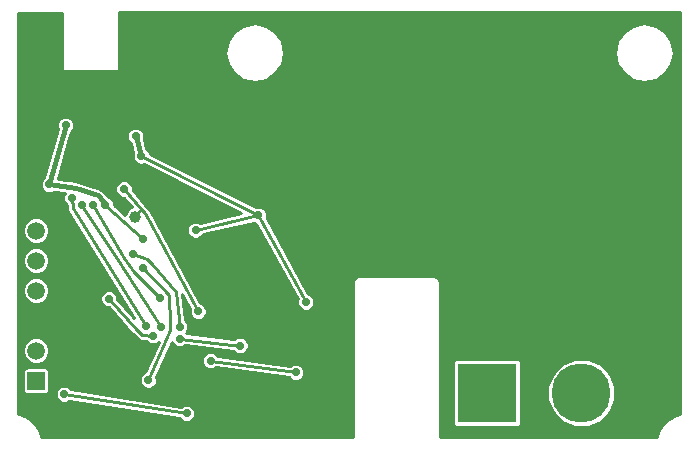
<source format=gbl>
G04 #@! TF.GenerationSoftware,KiCad,Pcbnew,(2017-02-02 revision 8dadc18)-makepkg*
G04 #@! TF.CreationDate,2017-11-18T17:45:44+03:00*
G04 #@! TF.ProjectId,BmstuAnchor,426D737475416E63686F722E6B696361,rev?*
G04 #@! TF.FileFunction,Copper,L2,Bot,Signal*
G04 #@! TF.FilePolarity,Positive*
%FSLAX46Y46*%
G04 Gerber Fmt 4.6, Leading zero omitted, Abs format (unit mm)*
G04 Created by KiCad (PCBNEW (2017-02-02 revision 8dadc18)-makepkg) date 11/18/17 17:45:44*
%MOMM*%
%LPD*%
G01*
G04 APERTURE LIST*
%ADD10C,0.100000*%
%ADD11R,5.000000X5.000000*%
%ADD12C,5.000000*%
%ADD13R,1.500000X1.500000*%
%ADD14C,1.500000*%
%ADD15C,1.000000*%
%ADD16R,0.800000X0.800000*%
%ADD17C,0.700000*%
%ADD18C,0.250000*%
%ADD19C,0.400000*%
G04 APERTURE END LIST*
D10*
D11*
X142659600Y-146826400D03*
D12*
X150659600Y-146826400D03*
X150659600Y-146826400D03*
D11*
X142659600Y-146826400D03*
X142659600Y-146826400D03*
D12*
X150659600Y-146826400D03*
X150659600Y-146826400D03*
D11*
X142659600Y-146826400D03*
D13*
X104500000Y-145780100D03*
D14*
X104500000Y-143240100D03*
X104500000Y-140700100D03*
X104500000Y-138160100D03*
X104500000Y-135620100D03*
X104500000Y-133080100D03*
D15*
X112900200Y-131891400D03*
D16*
X109740000Y-127850000D03*
X109740000Y-127050000D03*
X108940000Y-127850000D03*
X108940000Y-127050000D03*
X108940000Y-128650000D03*
X109740000Y-128650000D03*
X110540000Y-128650000D03*
X110540000Y-127850000D03*
X110540000Y-127050000D03*
D17*
X118700000Y-117400000D03*
X122400000Y-125800000D03*
X125200000Y-122800000D03*
X121100000Y-122600000D03*
X118700000Y-120300000D03*
X114600000Y-120300000D03*
X114600000Y-117400000D03*
X156800000Y-122200000D03*
X153400000Y-122200000D03*
X152200000Y-120900000D03*
X152200000Y-118300000D03*
X152200000Y-115500000D03*
X147200000Y-115500000D03*
X140900000Y-115500000D03*
X133800000Y-115500000D03*
X129300000Y-115500000D03*
X119900000Y-115500000D03*
X116700000Y-115500000D03*
X112700000Y-115500000D03*
X112200000Y-145300000D03*
X112200000Y-142800000D03*
X128900000Y-137100000D03*
X128989193Y-133961693D03*
X127000000Y-131900000D03*
X130300000Y-131900000D03*
X146000000Y-134700000D03*
X141300000Y-134900000D03*
X136900000Y-134800000D03*
X132200000Y-134900000D03*
X135000000Y-131900000D03*
X139100000Y-131900000D03*
X143900000Y-131900000D03*
X148300000Y-131900000D03*
X145700000Y-129200000D03*
X141200000Y-129200000D03*
X136600000Y-129300000D03*
X132500000Y-129200000D03*
X128700000Y-122000000D03*
X150200000Y-122000000D03*
X144400000Y-121900000D03*
X138700000Y-121900000D03*
X133200000Y-122000000D03*
X120500000Y-140800000D03*
X123500000Y-140800000D03*
X108300000Y-149100000D03*
X128400000Y-149800000D03*
X123600000Y-149800000D03*
X125900000Y-149700000D03*
X127400000Y-148400000D03*
X129400000Y-148400000D03*
X128700000Y-117700000D03*
X150000000Y-117700000D03*
X147600000Y-117700000D03*
X136500000Y-117700000D03*
X131600000Y-117700000D03*
X110663800Y-138839400D03*
X121756800Y-142805900D03*
X106867700Y-146914100D03*
X117235100Y-148550700D03*
X116648400Y-142209500D03*
X114412700Y-141966600D03*
X118224600Y-139903100D03*
X111943100Y-129540100D03*
X113571800Y-136240200D03*
X113998300Y-145731600D03*
X104400000Y-121300000D03*
X105900000Y-115300000D03*
X104400000Y-115300000D03*
X104400000Y-116800000D03*
X105900000Y-116800000D03*
X105900000Y-118300000D03*
X104400000Y-118400000D03*
X104400000Y-119900000D03*
X105897310Y-119888276D03*
X105900000Y-121300000D03*
X111350200Y-141521500D03*
X108560700Y-137529300D03*
X125606600Y-139921200D03*
X126156600Y-147382800D03*
X120241900Y-147736100D03*
X116840400Y-149652200D03*
X125710300Y-142865500D03*
X107524900Y-130311300D03*
X113801100Y-141150800D03*
X109351300Y-130928400D03*
X115002800Y-138812800D03*
X108380500Y-130870100D03*
X115096600Y-141194700D03*
X116653000Y-141200200D03*
X112720000Y-135032500D03*
X113405900Y-126767500D03*
X112928400Y-125071000D03*
X106995600Y-124150300D03*
X105606200Y-129158100D03*
X110354900Y-130871700D03*
X123321500Y-131770000D03*
X127336300Y-139116800D03*
X113538600Y-133806700D03*
X118001900Y-133028200D03*
X119268800Y-144078000D03*
X126483500Y-145058300D03*
D18*
X118700000Y-117400000D02*
X118700000Y-117500000D01*
X122400000Y-125600000D02*
X122400000Y-125800000D01*
X125200000Y-122800000D02*
X122400000Y-125600000D01*
X121000000Y-122600000D02*
X121100000Y-122600000D01*
X118700000Y-120300000D02*
X121000000Y-122600000D01*
X114600000Y-117400000D02*
X114600000Y-120300000D01*
X156800000Y-122200000D02*
X153400000Y-122200000D01*
X152200000Y-118300000D02*
X152200000Y-120900000D01*
X147200000Y-115500000D02*
X152200000Y-115500000D01*
X133800000Y-115500000D02*
X140900000Y-115500000D01*
X119900000Y-115500000D02*
X129300000Y-115500000D01*
X116700000Y-115500000D02*
X112700000Y-115500000D01*
X128900000Y-134050886D02*
X128900000Y-137100000D01*
X128989193Y-133961693D02*
X128900000Y-134050886D01*
X130300000Y-131900000D02*
X127000000Y-131900000D01*
X141500000Y-134700000D02*
X146000000Y-134700000D01*
X141300000Y-134900000D02*
X141500000Y-134700000D01*
X132300000Y-134800000D02*
X136900000Y-134800000D01*
X132200000Y-134900000D02*
X132300000Y-134800000D01*
X139100000Y-131900000D02*
X135000000Y-131900000D01*
X148300000Y-131900000D02*
X143900000Y-131900000D01*
X141200000Y-129200000D02*
X145700000Y-129200000D01*
X132600000Y-129300000D02*
X136600000Y-129300000D01*
X132500000Y-129200000D02*
X132600000Y-129300000D01*
X150200000Y-122000000D02*
X144500000Y-122000000D01*
X144400000Y-121900000D02*
X144500000Y-122000000D01*
X138700000Y-122000000D02*
X138700000Y-121900000D01*
X133200000Y-122000000D02*
X138700000Y-122000000D01*
X108300000Y-149100000D02*
X108300000Y-149200000D01*
X125800000Y-149800000D02*
X123600000Y-149800000D01*
X125900000Y-149700000D02*
X125800000Y-149800000D01*
X129400000Y-148400000D02*
X127400000Y-148400000D01*
X150000000Y-117700000D02*
X147600000Y-117700000D01*
X131600000Y-117700000D02*
X136500000Y-117700000D01*
X121756800Y-142805900D02*
X116648400Y-142209500D01*
X106867700Y-146914100D02*
X117235100Y-148550700D01*
X113480000Y-141925900D02*
X114412700Y-141966600D01*
X113026000Y-141471900D02*
X113480000Y-141925900D01*
X110663800Y-138839400D02*
X113026000Y-141471900D01*
X111943100Y-129540100D02*
X113366000Y-131208600D01*
X113712300Y-131555000D02*
X118224600Y-139903100D01*
X113366000Y-131208600D02*
X113712300Y-131555000D01*
X112900200Y-131891400D02*
X113366000Y-131208600D01*
X115871700Y-141515800D02*
X113998300Y-145731600D01*
X115871700Y-140873600D02*
X115871700Y-141515800D01*
X115777900Y-138491700D02*
X115871700Y-140873600D01*
X113571800Y-136240200D02*
X115777900Y-138491700D01*
X104400000Y-115300000D02*
X105900000Y-115300000D01*
X105900000Y-116800000D02*
X104400000Y-116800000D01*
X104500000Y-118300000D02*
X105900000Y-118300000D01*
X104400000Y-118400000D02*
X104500000Y-118300000D01*
X105885586Y-119900000D02*
X104400000Y-119900000D01*
X105897310Y-119888276D02*
X105885586Y-119900000D01*
X105900000Y-121300000D02*
X104400000Y-121300000D01*
X111350200Y-141521500D02*
X108330300Y-139157100D01*
X117556200Y-149325800D02*
X116840400Y-149652200D01*
X120241900Y-147736100D02*
X117556200Y-149325800D01*
X108330300Y-139157100D02*
X108560700Y-137529300D01*
X126156600Y-147382800D02*
X120241900Y-147736100D01*
X108330300Y-139157100D02*
X104500000Y-140700100D01*
X125606600Y-139921200D02*
X125710300Y-142865500D01*
X107605400Y-131191200D02*
X107524900Y-130311300D01*
X113801100Y-141150800D02*
X107605400Y-131191200D01*
X112796700Y-136561300D02*
X115002800Y-138812800D01*
X111944900Y-135353600D02*
X112796700Y-136561300D01*
X109351300Y-130928400D02*
X111944900Y-135353600D01*
X108576200Y-131249500D02*
X108380500Y-130870100D01*
X111404700Y-135591300D02*
X108576200Y-131249500D01*
X115096600Y-141194700D02*
X111404700Y-135591300D01*
X113892900Y-135465100D02*
X112720000Y-135032500D01*
X114346900Y-135919100D02*
X113892900Y-135465100D01*
X116318100Y-138254000D02*
X114346900Y-135919100D01*
X116328000Y-138277900D02*
X116318100Y-138254000D01*
X116653000Y-141200200D02*
X116328000Y-138277900D01*
D19*
X106995600Y-124150300D02*
X105606200Y-129158100D01*
X110201400Y-130576300D02*
X110354900Y-130871700D01*
X109703400Y-130078300D02*
X110201400Y-130576300D01*
X107877000Y-129461200D02*
X109703400Y-130078300D01*
X105606200Y-129158100D02*
X107877000Y-129461200D01*
D18*
X113405900Y-126767500D02*
X123321500Y-131770000D01*
D19*
X113405900Y-126767500D02*
X112928400Y-125071000D01*
D18*
X118001900Y-133028200D02*
X123321500Y-131770000D01*
X127336300Y-139116800D02*
X123321500Y-131770000D01*
X110354900Y-130871700D02*
X113538600Y-133806700D01*
X119268800Y-144078000D02*
X126483500Y-145058300D01*
G36*
X159025000Y-148610178D02*
X158641965Y-148686368D01*
X158470737Y-148757293D01*
X157821890Y-149190838D01*
X157690838Y-149321890D01*
X157690838Y-149321891D01*
X157257293Y-149970737D01*
X157186368Y-150141965D01*
X157110178Y-150525000D01*
X138675000Y-150525000D01*
X138675000Y-144326400D01*
X139777254Y-144326400D01*
X139777254Y-149326400D01*
X139806358Y-149472717D01*
X139889241Y-149596759D01*
X140013283Y-149679642D01*
X140159600Y-149708746D01*
X145159600Y-149708746D01*
X145305917Y-149679642D01*
X145429959Y-149596759D01*
X145512842Y-149472717D01*
X145541946Y-149326400D01*
X145541946Y-147395764D01*
X147784102Y-147395764D01*
X148220872Y-148452829D01*
X149028917Y-149262286D01*
X150085218Y-149700900D01*
X151228964Y-149701898D01*
X152286029Y-149265128D01*
X153095486Y-148457083D01*
X153534100Y-147400782D01*
X153535098Y-146257036D01*
X153098328Y-145199971D01*
X152290283Y-144390514D01*
X151233982Y-143951900D01*
X150090236Y-143950902D01*
X149033171Y-144387672D01*
X148223714Y-145195717D01*
X147785100Y-146252018D01*
X147784102Y-147395764D01*
X145541946Y-147395764D01*
X145541946Y-144326400D01*
X145512842Y-144180083D01*
X145429959Y-144056041D01*
X145305917Y-143973158D01*
X145159600Y-143944054D01*
X140159600Y-143944054D01*
X140013283Y-143973158D01*
X139889241Y-144056041D01*
X139806358Y-144180083D01*
X139777254Y-144326400D01*
X138675000Y-144326400D01*
X138675000Y-137400000D01*
X138638843Y-137218225D01*
X138535876Y-137064124D01*
X138381775Y-136961157D01*
X138200000Y-136925000D01*
X131800000Y-136925000D01*
X131618225Y-136961157D01*
X131464124Y-137064124D01*
X131361157Y-137218225D01*
X131325000Y-137400000D01*
X131325000Y-150525000D01*
X104889822Y-150525000D01*
X104813632Y-150141965D01*
X104742707Y-149970737D01*
X104309162Y-149321890D01*
X104178110Y-149190838D01*
X104178107Y-149190837D01*
X103529263Y-148757293D01*
X103478108Y-148736104D01*
X103358035Y-148686368D01*
X102975000Y-148610178D01*
X102975000Y-147057679D01*
X106142574Y-147057679D01*
X106252716Y-147324243D01*
X106456484Y-147528367D01*
X106722856Y-147638974D01*
X107011279Y-147639226D01*
X107277843Y-147529084D01*
X107315942Y-147491051D01*
X116619659Y-148959738D01*
X116620116Y-148960843D01*
X116823884Y-149164967D01*
X117090256Y-149275574D01*
X117378679Y-149275826D01*
X117645243Y-149165684D01*
X117849367Y-148961916D01*
X117959974Y-148695544D01*
X117960226Y-148407121D01*
X117850084Y-148140557D01*
X117646316Y-147936433D01*
X117379944Y-147825826D01*
X117091521Y-147825574D01*
X116824957Y-147935716D01*
X116786858Y-147973749D01*
X107483141Y-146505062D01*
X107482684Y-146503957D01*
X107278916Y-146299833D01*
X107012544Y-146189226D01*
X106724121Y-146188974D01*
X106457557Y-146299116D01*
X106253433Y-146502884D01*
X106142826Y-146769256D01*
X106142574Y-147057679D01*
X102975000Y-147057679D01*
X102975000Y-145030100D01*
X103367654Y-145030100D01*
X103367654Y-146530100D01*
X103396758Y-146676417D01*
X103479641Y-146800459D01*
X103603683Y-146883342D01*
X103750000Y-146912446D01*
X105250000Y-146912446D01*
X105396317Y-146883342D01*
X105520359Y-146800459D01*
X105603242Y-146676417D01*
X105632346Y-146530100D01*
X105632346Y-145030100D01*
X105603242Y-144883783D01*
X105520359Y-144759741D01*
X105396317Y-144676858D01*
X105250000Y-144647754D01*
X103750000Y-144647754D01*
X103603683Y-144676858D01*
X103479641Y-144759741D01*
X103396758Y-144883783D01*
X103367654Y-145030100D01*
X102975000Y-145030100D01*
X102975000Y-143462895D01*
X103374805Y-143462895D01*
X103545715Y-143876529D01*
X103861907Y-144193272D01*
X104275242Y-144364904D01*
X104722795Y-144365295D01*
X105136429Y-144194385D01*
X105453172Y-143878193D01*
X105624804Y-143464858D01*
X105625195Y-143017305D01*
X105454285Y-142603671D01*
X105138093Y-142286928D01*
X104724758Y-142115296D01*
X104277205Y-142114905D01*
X103863571Y-142285815D01*
X103546828Y-142602007D01*
X103375196Y-143015342D01*
X103374805Y-143462895D01*
X102975000Y-143462895D01*
X102975000Y-138382895D01*
X103374805Y-138382895D01*
X103545715Y-138796529D01*
X103861907Y-139113272D01*
X104275242Y-139284904D01*
X104722795Y-139285295D01*
X105136429Y-139114385D01*
X105453172Y-138798193D01*
X105624804Y-138384858D01*
X105625195Y-137937305D01*
X105454285Y-137523671D01*
X105138093Y-137206928D01*
X104724758Y-137035296D01*
X104277205Y-137034905D01*
X103863571Y-137205815D01*
X103546828Y-137522007D01*
X103375196Y-137935342D01*
X103374805Y-138382895D01*
X102975000Y-138382895D01*
X102975000Y-135842895D01*
X103374805Y-135842895D01*
X103545715Y-136256529D01*
X103861907Y-136573272D01*
X104275242Y-136744904D01*
X104722795Y-136745295D01*
X105136429Y-136574385D01*
X105453172Y-136258193D01*
X105624804Y-135844858D01*
X105625195Y-135397305D01*
X105454285Y-134983671D01*
X105138093Y-134666928D01*
X104724758Y-134495296D01*
X104277205Y-134494905D01*
X103863571Y-134665815D01*
X103546828Y-134982007D01*
X103375196Y-135395342D01*
X103374805Y-135842895D01*
X102975000Y-135842895D01*
X102975000Y-133302895D01*
X103374805Y-133302895D01*
X103545715Y-133716529D01*
X103861907Y-134033272D01*
X104275242Y-134204904D01*
X104722795Y-134205295D01*
X105136429Y-134034385D01*
X105453172Y-133718193D01*
X105624804Y-133304858D01*
X105625195Y-132857305D01*
X105454285Y-132443671D01*
X105138093Y-132126928D01*
X104724758Y-131955296D01*
X104277205Y-131954905D01*
X103863571Y-132125815D01*
X103546828Y-132442007D01*
X103375196Y-132855342D01*
X103374805Y-133302895D01*
X102975000Y-133302895D01*
X102975000Y-129301679D01*
X104881074Y-129301679D01*
X104991216Y-129568243D01*
X105194984Y-129772367D01*
X105461356Y-129882974D01*
X105749779Y-129883226D01*
X105980014Y-129788095D01*
X106905822Y-129911669D01*
X106800026Y-130166456D01*
X106799774Y-130454879D01*
X106909916Y-130721443D01*
X107075511Y-130887327D01*
X107107479Y-131236754D01*
X107112690Y-131254372D01*
X107112092Y-131272734D01*
X107140195Y-131347362D01*
X107162814Y-131423833D01*
X107174371Y-131438116D01*
X107180845Y-131455308D01*
X112766074Y-140433574D01*
X111388749Y-138898646D01*
X111388926Y-138695821D01*
X111278784Y-138429257D01*
X111075016Y-138225133D01*
X110808644Y-138114526D01*
X110520221Y-138114274D01*
X110253657Y-138224416D01*
X110049533Y-138428184D01*
X109938926Y-138694556D01*
X109938674Y-138982979D01*
X110048816Y-139249543D01*
X110252584Y-139453667D01*
X110518956Y-139564274D01*
X110642557Y-139564382D01*
X112653858Y-141805831D01*
X112664830Y-141814053D01*
X112672447Y-141825453D01*
X113126447Y-142279453D01*
X113198661Y-142327706D01*
X113268702Y-142379059D01*
X113279453Y-142381690D01*
X113288658Y-142387840D01*
X113373829Y-142404781D01*
X113458202Y-142425425D01*
X113863989Y-142443132D01*
X114001484Y-142580867D01*
X114267856Y-142691474D01*
X114556279Y-142691726D01*
X114822843Y-142581584D01*
X114873353Y-142531162D01*
X113755091Y-145047640D01*
X113588157Y-145116616D01*
X113384033Y-145320384D01*
X113273426Y-145586756D01*
X113273174Y-145875179D01*
X113383316Y-146141743D01*
X113587084Y-146345867D01*
X113853456Y-146456474D01*
X114141879Y-146456726D01*
X114408443Y-146346584D01*
X114612567Y-146142816D01*
X114723174Y-145876444D01*
X114723426Y-145588021D01*
X114668413Y-145454879D01*
X115216462Y-144221579D01*
X118543674Y-144221579D01*
X118653816Y-144488143D01*
X118857584Y-144692267D01*
X119123956Y-144802874D01*
X119412379Y-144803126D01*
X119678943Y-144692984D01*
X119727140Y-144644871D01*
X125881093Y-145481042D01*
X126072284Y-145672567D01*
X126338656Y-145783174D01*
X126627079Y-145783426D01*
X126893643Y-145673284D01*
X127097767Y-145469516D01*
X127208374Y-145203144D01*
X127208626Y-144914721D01*
X127098484Y-144648157D01*
X126894716Y-144444033D01*
X126628344Y-144333426D01*
X126339921Y-144333174D01*
X126073357Y-144443316D01*
X126025160Y-144491429D01*
X119871207Y-143655258D01*
X119680016Y-143463733D01*
X119413644Y-143353126D01*
X119125221Y-143352874D01*
X118858657Y-143463016D01*
X118654533Y-143666784D01*
X118543926Y-143933156D01*
X118543674Y-144221579D01*
X115216462Y-144221579D01*
X115982781Y-142497096D01*
X116033416Y-142619643D01*
X116237184Y-142823767D01*
X116503556Y-142934374D01*
X116791979Y-142934626D01*
X117058543Y-142824484D01*
X117115676Y-142767450D01*
X121166058Y-143240328D01*
X121345584Y-143420167D01*
X121611956Y-143530774D01*
X121900379Y-143531026D01*
X122166943Y-143420884D01*
X122371067Y-143217116D01*
X122481674Y-142950744D01*
X122481926Y-142662321D01*
X122371784Y-142395757D01*
X122168016Y-142191633D01*
X121901644Y-142081026D01*
X121613221Y-142080774D01*
X121346657Y-142190916D01*
X121289524Y-142247950D01*
X117239142Y-141775072D01*
X117171352Y-141707164D01*
X117267267Y-141611416D01*
X117377874Y-141345044D01*
X117378126Y-141056621D01*
X117267984Y-140790057D01*
X117090720Y-140612483D01*
X116844890Y-138402052D01*
X117533708Y-139676418D01*
X117499726Y-139758256D01*
X117499474Y-140046679D01*
X117609616Y-140313243D01*
X117813384Y-140517367D01*
X118079756Y-140627974D01*
X118368179Y-140628226D01*
X118634743Y-140518084D01*
X118838867Y-140314316D01*
X118949474Y-140047944D01*
X118949726Y-139759521D01*
X118839584Y-139492957D01*
X118635816Y-139288833D01*
X118410336Y-139195206D01*
X114152157Y-131317249D01*
X114106050Y-131261598D01*
X114065905Y-131201498D01*
X113733599Y-130869097D01*
X112668031Y-129619606D01*
X112668226Y-129396521D01*
X112558084Y-129129957D01*
X112354316Y-128925833D01*
X112087944Y-128815226D01*
X111799521Y-128814974D01*
X111532957Y-128925116D01*
X111328833Y-129128884D01*
X111218226Y-129395256D01*
X111217974Y-129683679D01*
X111328116Y-129950243D01*
X111531884Y-130154367D01*
X111798256Y-130264974D01*
X111904224Y-130265067D01*
X112592277Y-131071880D01*
X112405200Y-131149179D01*
X112158844Y-131395105D01*
X112025352Y-131716588D01*
X112025339Y-131731601D01*
X111079911Y-130860026D01*
X111080026Y-130728121D01*
X110969884Y-130461557D01*
X110766116Y-130257433D01*
X110628385Y-130200242D01*
X110607986Y-130169713D01*
X110109986Y-129671714D01*
X110093792Y-129660894D01*
X110081912Y-129645456D01*
X110001029Y-129598911D01*
X109923443Y-129547069D01*
X109904339Y-129543269D01*
X109887457Y-129533554D01*
X108061057Y-128916454D01*
X108005804Y-128909259D01*
X107953075Y-128891255D01*
X106336811Y-128675521D01*
X107297038Y-125214579D01*
X112203274Y-125214579D01*
X112313416Y-125481143D01*
X112498754Y-125666805D01*
X112732738Y-126498120D01*
X112681026Y-126622656D01*
X112680774Y-126911079D01*
X112790916Y-127177643D01*
X112994684Y-127381767D01*
X113261056Y-127492374D01*
X113549479Y-127492626D01*
X113650449Y-127450906D01*
X121872403Y-131598948D01*
X118415709Y-132416530D01*
X118413116Y-132413933D01*
X118146744Y-132303326D01*
X117858321Y-132303074D01*
X117591757Y-132413216D01*
X117387633Y-132616984D01*
X117277026Y-132883356D01*
X117276774Y-133171779D01*
X117386916Y-133438343D01*
X117590684Y-133642467D01*
X117857056Y-133753074D01*
X118145479Y-133753326D01*
X118412043Y-133643184D01*
X118616167Y-133439416D01*
X118635832Y-133392056D01*
X122907691Y-132381670D01*
X122910284Y-132384267D01*
X123139374Y-132479393D01*
X126644212Y-138892998D01*
X126611426Y-138971956D01*
X126611174Y-139260379D01*
X126721316Y-139526943D01*
X126925084Y-139731067D01*
X127191456Y-139841674D01*
X127479879Y-139841926D01*
X127746443Y-139731784D01*
X127950567Y-139528016D01*
X128061174Y-139261644D01*
X128061426Y-138973221D01*
X127951284Y-138706657D01*
X127747516Y-138502533D01*
X127518425Y-138407406D01*
X124013588Y-131993802D01*
X124046374Y-131914844D01*
X124046626Y-131626421D01*
X123936484Y-131359857D01*
X123732716Y-131155733D01*
X123466344Y-131045126D01*
X123177921Y-131044874D01*
X123076951Y-131086594D01*
X114104603Y-126559973D01*
X114020884Y-126357357D01*
X113835546Y-126171695D01*
X113601562Y-125340380D01*
X113653274Y-125215844D01*
X113653526Y-124927421D01*
X113543384Y-124660857D01*
X113339616Y-124456733D01*
X113073244Y-124346126D01*
X112784821Y-124345874D01*
X112518257Y-124456016D01*
X112314133Y-124659784D01*
X112203526Y-124926156D01*
X112203274Y-125214579D01*
X107297038Y-125214579D01*
X107427805Y-124743260D01*
X107609867Y-124561516D01*
X107720474Y-124295144D01*
X107720726Y-124006721D01*
X107610584Y-123740157D01*
X107406816Y-123536033D01*
X107140444Y-123425426D01*
X106852021Y-123425174D01*
X106585457Y-123535316D01*
X106381333Y-123739084D01*
X106270726Y-124005456D01*
X106270474Y-124293879D01*
X106323463Y-124422122D01*
X105173994Y-128565140D01*
X104991933Y-128746884D01*
X104881326Y-129013256D01*
X104881074Y-129301679D01*
X102975000Y-129301679D01*
X102975000Y-114625000D01*
X106675000Y-114625000D01*
X106675000Y-119400000D01*
X106684515Y-119447835D01*
X106711612Y-119488388D01*
X106752165Y-119515485D01*
X106800000Y-119525000D01*
X111400000Y-119525000D01*
X111447835Y-119515485D01*
X111488388Y-119488388D01*
X111515485Y-119447835D01*
X111525000Y-119400000D01*
X111525000Y-118000000D01*
X120525000Y-118000000D01*
X120713398Y-118947141D01*
X121249911Y-119750089D01*
X122052859Y-120286602D01*
X123000000Y-120475000D01*
X123947141Y-120286602D01*
X124750089Y-119750089D01*
X125286602Y-118947141D01*
X125475000Y-118000000D01*
X153525000Y-118000000D01*
X153713398Y-118947141D01*
X154249911Y-119750089D01*
X155052859Y-120286602D01*
X156000000Y-120475000D01*
X156947141Y-120286602D01*
X157750089Y-119750089D01*
X158286602Y-118947141D01*
X158475000Y-118000000D01*
X158286602Y-117052859D01*
X157750089Y-116249911D01*
X156947141Y-115713398D01*
X156000000Y-115525000D01*
X155052859Y-115713398D01*
X154249911Y-116249911D01*
X153713398Y-117052859D01*
X153525000Y-118000000D01*
X125475000Y-118000000D01*
X125286602Y-117052859D01*
X124750089Y-116249911D01*
X123947141Y-115713398D01*
X123000000Y-115525000D01*
X122052859Y-115713398D01*
X121249911Y-116249911D01*
X120713398Y-117052859D01*
X120525000Y-118000000D01*
X111525000Y-118000000D01*
X111525000Y-114525000D01*
X159025000Y-114525000D01*
X159025000Y-148610178D01*
X159025000Y-148610178D01*
G37*
X159025000Y-148610178D02*
X158641965Y-148686368D01*
X158470737Y-148757293D01*
X157821890Y-149190838D01*
X157690838Y-149321890D01*
X157690838Y-149321891D01*
X157257293Y-149970737D01*
X157186368Y-150141965D01*
X157110178Y-150525000D01*
X138675000Y-150525000D01*
X138675000Y-144326400D01*
X139777254Y-144326400D01*
X139777254Y-149326400D01*
X139806358Y-149472717D01*
X139889241Y-149596759D01*
X140013283Y-149679642D01*
X140159600Y-149708746D01*
X145159600Y-149708746D01*
X145305917Y-149679642D01*
X145429959Y-149596759D01*
X145512842Y-149472717D01*
X145541946Y-149326400D01*
X145541946Y-147395764D01*
X147784102Y-147395764D01*
X148220872Y-148452829D01*
X149028917Y-149262286D01*
X150085218Y-149700900D01*
X151228964Y-149701898D01*
X152286029Y-149265128D01*
X153095486Y-148457083D01*
X153534100Y-147400782D01*
X153535098Y-146257036D01*
X153098328Y-145199971D01*
X152290283Y-144390514D01*
X151233982Y-143951900D01*
X150090236Y-143950902D01*
X149033171Y-144387672D01*
X148223714Y-145195717D01*
X147785100Y-146252018D01*
X147784102Y-147395764D01*
X145541946Y-147395764D01*
X145541946Y-144326400D01*
X145512842Y-144180083D01*
X145429959Y-144056041D01*
X145305917Y-143973158D01*
X145159600Y-143944054D01*
X140159600Y-143944054D01*
X140013283Y-143973158D01*
X139889241Y-144056041D01*
X139806358Y-144180083D01*
X139777254Y-144326400D01*
X138675000Y-144326400D01*
X138675000Y-137400000D01*
X138638843Y-137218225D01*
X138535876Y-137064124D01*
X138381775Y-136961157D01*
X138200000Y-136925000D01*
X131800000Y-136925000D01*
X131618225Y-136961157D01*
X131464124Y-137064124D01*
X131361157Y-137218225D01*
X131325000Y-137400000D01*
X131325000Y-150525000D01*
X104889822Y-150525000D01*
X104813632Y-150141965D01*
X104742707Y-149970737D01*
X104309162Y-149321890D01*
X104178110Y-149190838D01*
X104178107Y-149190837D01*
X103529263Y-148757293D01*
X103478108Y-148736104D01*
X103358035Y-148686368D01*
X102975000Y-148610178D01*
X102975000Y-147057679D01*
X106142574Y-147057679D01*
X106252716Y-147324243D01*
X106456484Y-147528367D01*
X106722856Y-147638974D01*
X107011279Y-147639226D01*
X107277843Y-147529084D01*
X107315942Y-147491051D01*
X116619659Y-148959738D01*
X116620116Y-148960843D01*
X116823884Y-149164967D01*
X117090256Y-149275574D01*
X117378679Y-149275826D01*
X117645243Y-149165684D01*
X117849367Y-148961916D01*
X117959974Y-148695544D01*
X117960226Y-148407121D01*
X117850084Y-148140557D01*
X117646316Y-147936433D01*
X117379944Y-147825826D01*
X117091521Y-147825574D01*
X116824957Y-147935716D01*
X116786858Y-147973749D01*
X107483141Y-146505062D01*
X107482684Y-146503957D01*
X107278916Y-146299833D01*
X107012544Y-146189226D01*
X106724121Y-146188974D01*
X106457557Y-146299116D01*
X106253433Y-146502884D01*
X106142826Y-146769256D01*
X106142574Y-147057679D01*
X102975000Y-147057679D01*
X102975000Y-145030100D01*
X103367654Y-145030100D01*
X103367654Y-146530100D01*
X103396758Y-146676417D01*
X103479641Y-146800459D01*
X103603683Y-146883342D01*
X103750000Y-146912446D01*
X105250000Y-146912446D01*
X105396317Y-146883342D01*
X105520359Y-146800459D01*
X105603242Y-146676417D01*
X105632346Y-146530100D01*
X105632346Y-145030100D01*
X105603242Y-144883783D01*
X105520359Y-144759741D01*
X105396317Y-144676858D01*
X105250000Y-144647754D01*
X103750000Y-144647754D01*
X103603683Y-144676858D01*
X103479641Y-144759741D01*
X103396758Y-144883783D01*
X103367654Y-145030100D01*
X102975000Y-145030100D01*
X102975000Y-143462895D01*
X103374805Y-143462895D01*
X103545715Y-143876529D01*
X103861907Y-144193272D01*
X104275242Y-144364904D01*
X104722795Y-144365295D01*
X105136429Y-144194385D01*
X105453172Y-143878193D01*
X105624804Y-143464858D01*
X105625195Y-143017305D01*
X105454285Y-142603671D01*
X105138093Y-142286928D01*
X104724758Y-142115296D01*
X104277205Y-142114905D01*
X103863571Y-142285815D01*
X103546828Y-142602007D01*
X103375196Y-143015342D01*
X103374805Y-143462895D01*
X102975000Y-143462895D01*
X102975000Y-138382895D01*
X103374805Y-138382895D01*
X103545715Y-138796529D01*
X103861907Y-139113272D01*
X104275242Y-139284904D01*
X104722795Y-139285295D01*
X105136429Y-139114385D01*
X105453172Y-138798193D01*
X105624804Y-138384858D01*
X105625195Y-137937305D01*
X105454285Y-137523671D01*
X105138093Y-137206928D01*
X104724758Y-137035296D01*
X104277205Y-137034905D01*
X103863571Y-137205815D01*
X103546828Y-137522007D01*
X103375196Y-137935342D01*
X103374805Y-138382895D01*
X102975000Y-138382895D01*
X102975000Y-135842895D01*
X103374805Y-135842895D01*
X103545715Y-136256529D01*
X103861907Y-136573272D01*
X104275242Y-136744904D01*
X104722795Y-136745295D01*
X105136429Y-136574385D01*
X105453172Y-136258193D01*
X105624804Y-135844858D01*
X105625195Y-135397305D01*
X105454285Y-134983671D01*
X105138093Y-134666928D01*
X104724758Y-134495296D01*
X104277205Y-134494905D01*
X103863571Y-134665815D01*
X103546828Y-134982007D01*
X103375196Y-135395342D01*
X103374805Y-135842895D01*
X102975000Y-135842895D01*
X102975000Y-133302895D01*
X103374805Y-133302895D01*
X103545715Y-133716529D01*
X103861907Y-134033272D01*
X104275242Y-134204904D01*
X104722795Y-134205295D01*
X105136429Y-134034385D01*
X105453172Y-133718193D01*
X105624804Y-133304858D01*
X105625195Y-132857305D01*
X105454285Y-132443671D01*
X105138093Y-132126928D01*
X104724758Y-131955296D01*
X104277205Y-131954905D01*
X103863571Y-132125815D01*
X103546828Y-132442007D01*
X103375196Y-132855342D01*
X103374805Y-133302895D01*
X102975000Y-133302895D01*
X102975000Y-129301679D01*
X104881074Y-129301679D01*
X104991216Y-129568243D01*
X105194984Y-129772367D01*
X105461356Y-129882974D01*
X105749779Y-129883226D01*
X105980014Y-129788095D01*
X106905822Y-129911669D01*
X106800026Y-130166456D01*
X106799774Y-130454879D01*
X106909916Y-130721443D01*
X107075511Y-130887327D01*
X107107479Y-131236754D01*
X107112690Y-131254372D01*
X107112092Y-131272734D01*
X107140195Y-131347362D01*
X107162814Y-131423833D01*
X107174371Y-131438116D01*
X107180845Y-131455308D01*
X112766074Y-140433574D01*
X111388749Y-138898646D01*
X111388926Y-138695821D01*
X111278784Y-138429257D01*
X111075016Y-138225133D01*
X110808644Y-138114526D01*
X110520221Y-138114274D01*
X110253657Y-138224416D01*
X110049533Y-138428184D01*
X109938926Y-138694556D01*
X109938674Y-138982979D01*
X110048816Y-139249543D01*
X110252584Y-139453667D01*
X110518956Y-139564274D01*
X110642557Y-139564382D01*
X112653858Y-141805831D01*
X112664830Y-141814053D01*
X112672447Y-141825453D01*
X113126447Y-142279453D01*
X113198661Y-142327706D01*
X113268702Y-142379059D01*
X113279453Y-142381690D01*
X113288658Y-142387840D01*
X113373829Y-142404781D01*
X113458202Y-142425425D01*
X113863989Y-142443132D01*
X114001484Y-142580867D01*
X114267856Y-142691474D01*
X114556279Y-142691726D01*
X114822843Y-142581584D01*
X114873353Y-142531162D01*
X113755091Y-145047640D01*
X113588157Y-145116616D01*
X113384033Y-145320384D01*
X113273426Y-145586756D01*
X113273174Y-145875179D01*
X113383316Y-146141743D01*
X113587084Y-146345867D01*
X113853456Y-146456474D01*
X114141879Y-146456726D01*
X114408443Y-146346584D01*
X114612567Y-146142816D01*
X114723174Y-145876444D01*
X114723426Y-145588021D01*
X114668413Y-145454879D01*
X115216462Y-144221579D01*
X118543674Y-144221579D01*
X118653816Y-144488143D01*
X118857584Y-144692267D01*
X119123956Y-144802874D01*
X119412379Y-144803126D01*
X119678943Y-144692984D01*
X119727140Y-144644871D01*
X125881093Y-145481042D01*
X126072284Y-145672567D01*
X126338656Y-145783174D01*
X126627079Y-145783426D01*
X126893643Y-145673284D01*
X127097767Y-145469516D01*
X127208374Y-145203144D01*
X127208626Y-144914721D01*
X127098484Y-144648157D01*
X126894716Y-144444033D01*
X126628344Y-144333426D01*
X126339921Y-144333174D01*
X126073357Y-144443316D01*
X126025160Y-144491429D01*
X119871207Y-143655258D01*
X119680016Y-143463733D01*
X119413644Y-143353126D01*
X119125221Y-143352874D01*
X118858657Y-143463016D01*
X118654533Y-143666784D01*
X118543926Y-143933156D01*
X118543674Y-144221579D01*
X115216462Y-144221579D01*
X115982781Y-142497096D01*
X116033416Y-142619643D01*
X116237184Y-142823767D01*
X116503556Y-142934374D01*
X116791979Y-142934626D01*
X117058543Y-142824484D01*
X117115676Y-142767450D01*
X121166058Y-143240328D01*
X121345584Y-143420167D01*
X121611956Y-143530774D01*
X121900379Y-143531026D01*
X122166943Y-143420884D01*
X122371067Y-143217116D01*
X122481674Y-142950744D01*
X122481926Y-142662321D01*
X122371784Y-142395757D01*
X122168016Y-142191633D01*
X121901644Y-142081026D01*
X121613221Y-142080774D01*
X121346657Y-142190916D01*
X121289524Y-142247950D01*
X117239142Y-141775072D01*
X117171352Y-141707164D01*
X117267267Y-141611416D01*
X117377874Y-141345044D01*
X117378126Y-141056621D01*
X117267984Y-140790057D01*
X117090720Y-140612483D01*
X116844890Y-138402052D01*
X117533708Y-139676418D01*
X117499726Y-139758256D01*
X117499474Y-140046679D01*
X117609616Y-140313243D01*
X117813384Y-140517367D01*
X118079756Y-140627974D01*
X118368179Y-140628226D01*
X118634743Y-140518084D01*
X118838867Y-140314316D01*
X118949474Y-140047944D01*
X118949726Y-139759521D01*
X118839584Y-139492957D01*
X118635816Y-139288833D01*
X118410336Y-139195206D01*
X114152157Y-131317249D01*
X114106050Y-131261598D01*
X114065905Y-131201498D01*
X113733599Y-130869097D01*
X112668031Y-129619606D01*
X112668226Y-129396521D01*
X112558084Y-129129957D01*
X112354316Y-128925833D01*
X112087944Y-128815226D01*
X111799521Y-128814974D01*
X111532957Y-128925116D01*
X111328833Y-129128884D01*
X111218226Y-129395256D01*
X111217974Y-129683679D01*
X111328116Y-129950243D01*
X111531884Y-130154367D01*
X111798256Y-130264974D01*
X111904224Y-130265067D01*
X112592277Y-131071880D01*
X112405200Y-131149179D01*
X112158844Y-131395105D01*
X112025352Y-131716588D01*
X112025339Y-131731601D01*
X111079911Y-130860026D01*
X111080026Y-130728121D01*
X110969884Y-130461557D01*
X110766116Y-130257433D01*
X110628385Y-130200242D01*
X110607986Y-130169713D01*
X110109986Y-129671714D01*
X110093792Y-129660894D01*
X110081912Y-129645456D01*
X110001029Y-129598911D01*
X109923443Y-129547069D01*
X109904339Y-129543269D01*
X109887457Y-129533554D01*
X108061057Y-128916454D01*
X108005804Y-128909259D01*
X107953075Y-128891255D01*
X106336811Y-128675521D01*
X107297038Y-125214579D01*
X112203274Y-125214579D01*
X112313416Y-125481143D01*
X112498754Y-125666805D01*
X112732738Y-126498120D01*
X112681026Y-126622656D01*
X112680774Y-126911079D01*
X112790916Y-127177643D01*
X112994684Y-127381767D01*
X113261056Y-127492374D01*
X113549479Y-127492626D01*
X113650449Y-127450906D01*
X121872403Y-131598948D01*
X118415709Y-132416530D01*
X118413116Y-132413933D01*
X118146744Y-132303326D01*
X117858321Y-132303074D01*
X117591757Y-132413216D01*
X117387633Y-132616984D01*
X117277026Y-132883356D01*
X117276774Y-133171779D01*
X117386916Y-133438343D01*
X117590684Y-133642467D01*
X117857056Y-133753074D01*
X118145479Y-133753326D01*
X118412043Y-133643184D01*
X118616167Y-133439416D01*
X118635832Y-133392056D01*
X122907691Y-132381670D01*
X122910284Y-132384267D01*
X123139374Y-132479393D01*
X126644212Y-138892998D01*
X126611426Y-138971956D01*
X126611174Y-139260379D01*
X126721316Y-139526943D01*
X126925084Y-139731067D01*
X127191456Y-139841674D01*
X127479879Y-139841926D01*
X127746443Y-139731784D01*
X127950567Y-139528016D01*
X128061174Y-139261644D01*
X128061426Y-138973221D01*
X127951284Y-138706657D01*
X127747516Y-138502533D01*
X127518425Y-138407406D01*
X124013588Y-131993802D01*
X124046374Y-131914844D01*
X124046626Y-131626421D01*
X123936484Y-131359857D01*
X123732716Y-131155733D01*
X123466344Y-131045126D01*
X123177921Y-131044874D01*
X123076951Y-131086594D01*
X114104603Y-126559973D01*
X114020884Y-126357357D01*
X113835546Y-126171695D01*
X113601562Y-125340380D01*
X113653274Y-125215844D01*
X113653526Y-124927421D01*
X113543384Y-124660857D01*
X113339616Y-124456733D01*
X113073244Y-124346126D01*
X112784821Y-124345874D01*
X112518257Y-124456016D01*
X112314133Y-124659784D01*
X112203526Y-124926156D01*
X112203274Y-125214579D01*
X107297038Y-125214579D01*
X107427805Y-124743260D01*
X107609867Y-124561516D01*
X107720474Y-124295144D01*
X107720726Y-124006721D01*
X107610584Y-123740157D01*
X107406816Y-123536033D01*
X107140444Y-123425426D01*
X106852021Y-123425174D01*
X106585457Y-123535316D01*
X106381333Y-123739084D01*
X106270726Y-124005456D01*
X106270474Y-124293879D01*
X106323463Y-124422122D01*
X105173994Y-128565140D01*
X104991933Y-128746884D01*
X104881326Y-129013256D01*
X104881074Y-129301679D01*
X102975000Y-129301679D01*
X102975000Y-114625000D01*
X106675000Y-114625000D01*
X106675000Y-119400000D01*
X106684515Y-119447835D01*
X106711612Y-119488388D01*
X106752165Y-119515485D01*
X106800000Y-119525000D01*
X111400000Y-119525000D01*
X111447835Y-119515485D01*
X111488388Y-119488388D01*
X111515485Y-119447835D01*
X111525000Y-119400000D01*
X111525000Y-118000000D01*
X120525000Y-118000000D01*
X120713398Y-118947141D01*
X121249911Y-119750089D01*
X122052859Y-120286602D01*
X123000000Y-120475000D01*
X123947141Y-120286602D01*
X124750089Y-119750089D01*
X125286602Y-118947141D01*
X125475000Y-118000000D01*
X153525000Y-118000000D01*
X153713398Y-118947141D01*
X154249911Y-119750089D01*
X155052859Y-120286602D01*
X156000000Y-120475000D01*
X156947141Y-120286602D01*
X157750089Y-119750089D01*
X158286602Y-118947141D01*
X158475000Y-118000000D01*
X158286602Y-117052859D01*
X157750089Y-116249911D01*
X156947141Y-115713398D01*
X156000000Y-115525000D01*
X155052859Y-115713398D01*
X154249911Y-116249911D01*
X153713398Y-117052859D01*
X153525000Y-118000000D01*
X125475000Y-118000000D01*
X125286602Y-117052859D01*
X124750089Y-116249911D01*
X123947141Y-115713398D01*
X123000000Y-115525000D01*
X122052859Y-115713398D01*
X121249911Y-116249911D01*
X120713398Y-117052859D01*
X120525000Y-118000000D01*
X111525000Y-118000000D01*
X111525000Y-114525000D01*
X159025000Y-114525000D01*
X159025000Y-148610178D01*
M02*

</source>
